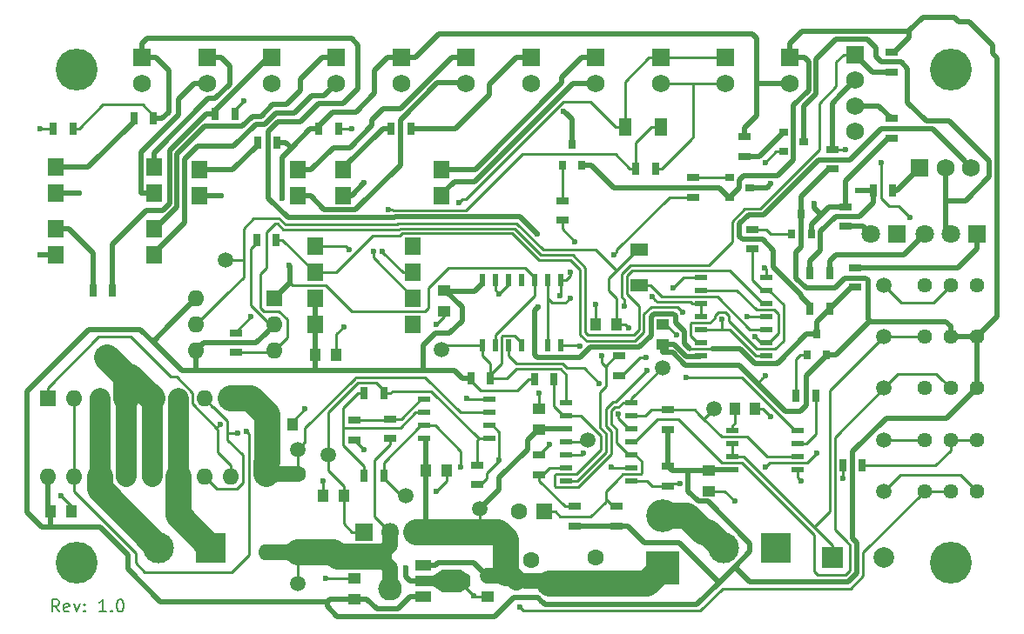
<source format=gtl>
G04 #@! TF.FileFunction,Copper,L1,Top,Signal*
%FSLAX46Y46*%
G04 Gerber Fmt 4.6, Leading zero omitted, Abs format (unit mm)*
G04 Created by KiCad (PCBNEW 4.0.7) date 01/01/18 15:21:48*
%MOMM*%
%LPD*%
G01*
G04 APERTURE LIST*
%ADD10C,0.100000*%
%ADD11C,0.200000*%
%ADD12C,4.064000*%
%ADD13R,1.143000X0.508000*%
%ADD14O,2.300000X2.300000*%
%ADD15C,1.500000*%
%ADD16R,1.000000X1.250000*%
%ADD17R,1.600000X1.600000*%
%ADD18C,1.600000*%
%ADD19R,1.250000X1.000000*%
%ADD20R,2.000000X2.000000*%
%ADD21C,2.000000*%
%ADD22R,1.700000X1.300000*%
%ADD23R,1.300000X1.700000*%
%ADD24R,3.200000X3.200000*%
%ADD25O,3.200000X3.200000*%
%ADD26R,1.800000X1.800000*%
%ADD27C,1.800000*%
%ADD28O,1.600000X1.600000*%
%ADD29R,3.000000X3.000000*%
%ADD30C,3.000000*%
%ADD31R,1.750000X1.750000*%
%ADD32C,1.750000*%
%ADD33R,0.800000X0.900000*%
%ADD34R,0.900000X0.800000*%
%ADD35R,0.700000X1.300000*%
%ADD36R,1.300000X0.700000*%
%ADD37C,1.440000*%
%ADD38O,1.800000X1.800000*%
%ADD39R,0.508000X1.143000*%
%ADD40R,1.500000X1.780000*%
%ADD41R,1.500000X1.000000*%
%ADD42R,1.800000X1.000000*%
%ADD43R,1.840000X2.200000*%
%ADD44C,0.600000*%
%ADD45C,0.500000*%
%ADD46C,0.250000*%
%ADD47C,2.000000*%
%ADD48C,2.500000*%
%ADD49C,1.500000*%
%ADD50C,2.540000*%
%ADD51C,0.254000*%
G04 APERTURE END LIST*
D10*
D11*
X104328572Y-138742857D02*
X103928572Y-138171429D01*
X103642857Y-138742857D02*
X103642857Y-137542857D01*
X104100000Y-137542857D01*
X104214286Y-137600000D01*
X104271429Y-137657143D01*
X104328572Y-137771429D01*
X104328572Y-137942857D01*
X104271429Y-138057143D01*
X104214286Y-138114286D01*
X104100000Y-138171429D01*
X103642857Y-138171429D01*
X105300000Y-138685714D02*
X105185714Y-138742857D01*
X104957143Y-138742857D01*
X104842857Y-138685714D01*
X104785714Y-138571429D01*
X104785714Y-138114286D01*
X104842857Y-138000000D01*
X104957143Y-137942857D01*
X105185714Y-137942857D01*
X105300000Y-138000000D01*
X105357143Y-138114286D01*
X105357143Y-138228571D01*
X104785714Y-138342857D01*
X105757143Y-137942857D02*
X106042857Y-138742857D01*
X106328571Y-137942857D01*
X106785714Y-138628571D02*
X106842857Y-138685714D01*
X106785714Y-138742857D01*
X106728571Y-138685714D01*
X106785714Y-138628571D01*
X106785714Y-138742857D01*
X106785714Y-138000000D02*
X106842857Y-138057143D01*
X106785714Y-138114286D01*
X106728571Y-138057143D01*
X106785714Y-138000000D01*
X106785714Y-138114286D01*
X108900001Y-138742857D02*
X108214286Y-138742857D01*
X108557144Y-138742857D02*
X108557144Y-137542857D01*
X108442858Y-137714286D01*
X108328572Y-137828571D01*
X108214286Y-137885714D01*
X109414286Y-138628571D02*
X109471429Y-138685714D01*
X109414286Y-138742857D01*
X109357143Y-138685714D01*
X109414286Y-138628571D01*
X109414286Y-138742857D01*
X110214287Y-137542857D02*
X110328572Y-137542857D01*
X110442858Y-137600000D01*
X110500001Y-137657143D01*
X110557144Y-137771429D01*
X110614287Y-138000000D01*
X110614287Y-138285714D01*
X110557144Y-138514286D01*
X110500001Y-138628571D01*
X110442858Y-138685714D01*
X110328572Y-138742857D01*
X110214287Y-138742857D01*
X110100001Y-138685714D01*
X110042858Y-138628571D01*
X109985715Y-138514286D01*
X109928572Y-138285714D01*
X109928572Y-138000000D01*
X109985715Y-137771429D01*
X110042858Y-137657143D01*
X110100001Y-137600000D01*
X110214287Y-137542857D01*
D12*
X106000000Y-86000000D03*
X191000000Y-86000000D03*
D13*
X173052000Y-113810000D03*
X173052000Y-112540000D03*
X173052000Y-111270000D03*
X173052000Y-110000000D03*
X173052000Y-108730000D03*
X173052000Y-107460000D03*
X173052000Y-106190000D03*
X166702000Y-106190000D03*
X166702000Y-107460000D03*
X166702000Y-110000000D03*
X166702000Y-111270000D03*
X166702000Y-112540000D03*
X166702000Y-113810000D03*
X166702000Y-108730000D03*
D14*
X109000000Y-114000000D03*
D12*
X191000000Y-134000000D03*
D15*
X127500000Y-136000000D03*
D16*
X129250000Y-113750000D03*
X131250000Y-113750000D03*
X158500000Y-110750000D03*
X156500000Y-110750000D03*
D17*
X150250000Y-135750000D03*
D18*
X150250000Y-133750000D03*
D19*
X146000000Y-135250000D03*
X146000000Y-137250000D03*
X133000000Y-137500000D03*
X133000000Y-135500000D03*
D16*
X103500000Y-129000000D03*
X105500000Y-129000000D03*
X125000000Y-120500000D03*
X127000000Y-120500000D03*
D19*
X151000000Y-121000000D03*
X151000000Y-119000000D03*
D17*
X151500000Y-129000000D03*
D18*
X149000000Y-129000000D03*
D16*
X140000000Y-125000000D03*
X142000000Y-125000000D03*
X170000000Y-119000000D03*
X172000000Y-119000000D03*
D19*
X167500000Y-125000000D03*
X167500000Y-127000000D03*
D20*
X179500000Y-133500000D03*
D21*
X184500000Y-133500000D03*
D16*
X132000000Y-127500000D03*
X130000000Y-127500000D03*
D19*
X141750000Y-107500000D03*
X141750000Y-109500000D03*
D22*
X160750000Y-103500000D03*
X160750000Y-107000000D03*
D23*
X162850000Y-91550000D03*
X159350000Y-91550000D03*
D24*
X163000000Y-134500000D03*
D25*
X163000000Y-129420000D03*
D26*
X193540000Y-102000000D03*
D27*
X191000000Y-102000000D03*
X188460000Y-102000000D03*
D26*
X185790000Y-102000000D03*
D27*
X183250000Y-102000000D03*
D17*
X103220000Y-118000000D03*
D28*
X121000000Y-125620000D03*
X105760000Y-118000000D03*
X118460000Y-125620000D03*
X108300000Y-118000000D03*
X115920000Y-125620000D03*
X110840000Y-118000000D03*
X113380000Y-125620000D03*
X113380000Y-118000000D03*
X110840000Y-125620000D03*
X115920000Y-118000000D03*
X108300000Y-125620000D03*
X118460000Y-118000000D03*
X105760000Y-125620000D03*
X121000000Y-118000000D03*
X103220000Y-125620000D03*
D29*
X119080000Y-132500000D03*
D30*
X114000000Y-132500000D03*
D29*
X174000000Y-132500000D03*
D30*
X168920000Y-132500000D03*
D31*
X188000000Y-95500000D03*
D32*
X190500000Y-95500000D03*
X193000000Y-95500000D03*
D31*
X181750000Y-84500000D03*
D32*
X181750000Y-87000000D03*
X181750000Y-89500000D03*
X181750000Y-92000000D03*
D31*
X162800000Y-84800000D03*
D32*
X162800000Y-87300000D03*
D31*
X169100000Y-84800000D03*
D32*
X169100000Y-87300000D03*
D31*
X112400000Y-84800000D03*
D32*
X112400000Y-87300000D03*
D31*
X118700000Y-84800000D03*
D32*
X118700000Y-87300000D03*
D31*
X175400000Y-84800000D03*
D32*
X175400000Y-87300000D03*
D31*
X137600000Y-84800000D03*
D32*
X137600000Y-87300000D03*
D31*
X143900000Y-84800000D03*
D32*
X143900000Y-87300000D03*
D31*
X131300000Y-84800000D03*
D32*
X131300000Y-87300000D03*
D31*
X125000000Y-84800000D03*
D32*
X125000000Y-87300000D03*
D31*
X150200000Y-84800000D03*
D32*
X150200000Y-87300000D03*
D31*
X156500000Y-84800000D03*
D32*
X156500000Y-87300000D03*
D33*
X177050000Y-113750000D03*
X178950000Y-113750000D03*
X178000000Y-111750000D03*
D34*
X169500000Y-96500000D03*
X169500000Y-98400000D03*
X171500000Y-97450000D03*
D33*
X153250000Y-95250000D03*
X155150000Y-95250000D03*
X154200000Y-93250000D03*
D34*
X174750000Y-92050000D03*
X174750000Y-93950000D03*
X176750000Y-93000000D03*
D33*
X175550000Y-102000000D03*
X177450000Y-102000000D03*
X176500000Y-100000000D03*
D35*
X160400000Y-95600000D03*
X162300000Y-95600000D03*
X123550000Y-102550000D03*
X125450000Y-102550000D03*
D36*
X158750000Y-113850000D03*
X158750000Y-115750000D03*
X154500000Y-130400000D03*
X154500000Y-128500000D03*
X151000000Y-125400000D03*
X151000000Y-123500000D03*
D35*
X144350000Y-116000000D03*
X146250000Y-116000000D03*
D36*
X163500000Y-126500000D03*
X163500000Y-124600000D03*
D35*
X180500000Y-124500000D03*
X182400000Y-124500000D03*
X134000000Y-125500000D03*
X135900000Y-125500000D03*
X135900000Y-117500000D03*
X134000000Y-117500000D03*
D36*
X136500000Y-121900000D03*
X136500000Y-120000000D03*
X133000000Y-122000000D03*
X133000000Y-120100000D03*
X145000000Y-126400000D03*
X145000000Y-124500000D03*
X158500000Y-130400000D03*
X158500000Y-128500000D03*
X163500000Y-119100000D03*
X163500000Y-121000000D03*
D35*
X176000000Y-117750000D03*
X177900000Y-117750000D03*
X111600000Y-90750000D03*
X113500000Y-90750000D03*
X105650000Y-91750000D03*
X103750000Y-91750000D03*
D36*
X166000000Y-96500000D03*
X166000000Y-98400000D03*
D35*
X179250000Y-105750000D03*
X177350000Y-105750000D03*
D36*
X181750000Y-105250000D03*
X181750000Y-107150000D03*
D35*
X185400000Y-97750000D03*
X183500000Y-97750000D03*
X177350000Y-109250000D03*
X179250000Y-109250000D03*
X123600000Y-93050000D03*
X125500000Y-93050000D03*
X131500000Y-91750000D03*
X129600000Y-91750000D03*
D36*
X153250000Y-98750000D03*
X153250000Y-100650000D03*
D35*
X121400000Y-90250000D03*
X119500000Y-90250000D03*
X109500000Y-107500000D03*
X107600000Y-107500000D03*
D36*
X171000000Y-94400000D03*
X171000000Y-92500000D03*
X185250000Y-86200000D03*
X185250000Y-84300000D03*
X179500000Y-93750000D03*
X179500000Y-95650000D03*
D35*
X150550000Y-116150000D03*
X152450000Y-116150000D03*
D36*
X121500000Y-113500000D03*
X121500000Y-111600000D03*
X185250000Y-92650000D03*
X185250000Y-90750000D03*
X171750000Y-101550000D03*
X171750000Y-103450000D03*
D35*
X138500000Y-91750000D03*
X136600000Y-91750000D03*
D36*
X180750000Y-101250000D03*
X180750000Y-99350000D03*
D37*
X193540000Y-122000000D03*
X191000000Y-122000000D03*
X188460000Y-122000000D03*
X193540000Y-127000000D03*
X191000000Y-127000000D03*
X188460000Y-127000000D03*
X193540000Y-117000000D03*
X191000000Y-117000000D03*
X188460000Y-117000000D03*
X193540000Y-112000000D03*
X191000000Y-112000000D03*
X188460000Y-112000000D03*
X193540000Y-107000000D03*
X191000000Y-107000000D03*
X188460000Y-107000000D03*
D17*
X125250000Y-108250000D03*
D28*
X117630000Y-113330000D03*
X125250000Y-110790000D03*
X117630000Y-110790000D03*
X125250000Y-113330000D03*
X117630000Y-108250000D03*
D15*
X120500000Y-104500000D03*
X141500000Y-113250000D03*
X145250000Y-128750000D03*
X138000000Y-127500000D03*
X184500000Y-122000000D03*
X130500000Y-123500000D03*
X127500000Y-123000000D03*
X184500000Y-117000000D03*
X163000000Y-115000000D03*
X168000000Y-119000000D03*
X184500000Y-112000000D03*
X184500000Y-107000000D03*
X155750000Y-122000000D03*
D13*
X153650000Y-118380000D03*
X153650000Y-119650000D03*
X153650000Y-120920000D03*
X153650000Y-122190000D03*
X153650000Y-123460000D03*
X153650000Y-124730000D03*
X153650000Y-126000000D03*
X160000000Y-126000000D03*
X160000000Y-124730000D03*
X160000000Y-122190000D03*
X160000000Y-120920000D03*
X160000000Y-119650000D03*
X160000000Y-118380000D03*
X160000000Y-123460000D03*
D26*
X133960000Y-131000000D03*
D38*
X136500000Y-131000000D03*
X139040000Y-131000000D03*
D14*
X136500000Y-136500000D03*
D13*
X139825000Y-121905000D03*
X139825000Y-120635000D03*
X139825000Y-119365000D03*
X139825000Y-118095000D03*
X146175000Y-118095000D03*
X146175000Y-119365000D03*
X146175000Y-120635000D03*
X146175000Y-121905000D03*
X169825000Y-124905000D03*
X169825000Y-123635000D03*
X169825000Y-122365000D03*
X169825000Y-121095000D03*
X176175000Y-121095000D03*
X176175000Y-122365000D03*
X176175000Y-123635000D03*
X176175000Y-124905000D03*
D39*
X145460000Y-112850000D03*
X146730000Y-112850000D03*
X148000000Y-112850000D03*
X149270000Y-112850000D03*
X150540000Y-112850000D03*
X151810000Y-112850000D03*
X153080000Y-112850000D03*
X153080000Y-106500000D03*
X151810000Y-106500000D03*
X149270000Y-106500000D03*
X148000000Y-106500000D03*
X146730000Y-106500000D03*
X145460000Y-106500000D03*
X150540000Y-106500000D03*
D17*
X156500000Y-136000000D03*
D18*
X156500000Y-133500000D03*
D12*
X106000000Y-134000000D03*
D40*
X138750000Y-110810000D03*
X129220000Y-103190000D03*
X138750000Y-108270000D03*
X129220000Y-105730000D03*
X138750000Y-105730000D03*
X129220000Y-108270000D03*
X138750000Y-103190000D03*
X129220000Y-110810000D03*
D10*
G36*
X143408500Y-134650000D02*
X144258500Y-135250000D01*
X144258500Y-136250000D01*
X143408500Y-136850000D01*
X143408500Y-134650000D01*
X143408500Y-134650000D01*
G37*
D41*
X139686500Y-134250000D03*
D42*
X139833000Y-135750000D03*
D41*
X139686500Y-137250000D03*
D43*
X142500000Y-135750000D03*
D10*
G36*
X141590300Y-136850000D02*
X140590300Y-136150000D01*
X140590300Y-135350000D01*
X141590300Y-134650000D01*
X141590300Y-136850000D01*
X141590300Y-136850000D01*
G37*
D40*
X104000000Y-95480000D03*
X113530000Y-98020000D03*
X104000000Y-98020000D03*
X113530000Y-95480000D03*
X118000000Y-95750000D03*
X127530000Y-98290000D03*
X118000000Y-98290000D03*
X127530000Y-95750000D03*
X104000000Y-101460000D03*
X113530000Y-104000000D03*
X104000000Y-104000000D03*
X113530000Y-101460000D03*
X131970000Y-95710000D03*
X141500000Y-98250000D03*
X131970000Y-98250000D03*
X141500000Y-95710000D03*
D18*
X127500000Y-125380000D03*
D28*
X127500000Y-133000000D03*
D18*
X124500000Y-125380000D03*
D28*
X124500000Y-133000000D03*
D15*
X184500000Y-127000000D03*
D19*
X163000000Y-112750000D03*
X163000000Y-110750000D03*
D44*
X173000000Y-115750000D03*
X172000000Y-112000000D03*
X144600000Y-137200000D03*
X141000000Y-110800000D03*
X156500000Y-108800000D03*
X147100000Y-107800000D03*
X173500000Y-119750000D03*
X161400000Y-114000000D03*
X106300000Y-98000000D03*
X134000000Y-97000000D03*
X170000000Y-128000000D03*
X132500000Y-103500000D03*
X104500000Y-127500000D03*
X158714805Y-119532518D03*
X164330478Y-111822142D03*
X154953575Y-112915039D03*
X120050000Y-98250000D03*
X180500000Y-125750000D03*
X138000000Y-134500000D03*
X122250000Y-89000000D03*
X172952333Y-105256018D03*
X176500000Y-126000000D03*
X144000000Y-118000000D03*
X151000000Y-117500000D03*
X152000000Y-122500000D03*
X141000000Y-127000000D03*
X132000000Y-111000000D03*
X123000000Y-110000000D03*
X173000000Y-95000000D03*
X128250000Y-119000000D03*
X134000000Y-123000000D03*
X130000000Y-126000000D03*
X130250000Y-135500000D03*
X132750000Y-91750000D03*
X102500000Y-104000000D03*
X102500000Y-91750000D03*
X157100000Y-113800000D03*
X159700000Y-111100000D03*
X136304444Y-99599990D03*
X134921476Y-103700050D03*
X143200000Y-98900000D03*
X135771489Y-103700050D03*
X120000000Y-120500000D03*
X153000000Y-108000000D03*
X154070990Y-105714401D03*
X154500000Y-102750000D03*
X122500000Y-121181010D03*
X164000000Y-107250000D03*
X161960745Y-108070997D03*
X121659204Y-121330671D03*
X159300000Y-109000000D03*
X187069001Y-100355263D03*
X184250000Y-95000000D03*
X180750000Y-93750000D03*
X150900000Y-109050000D03*
X150850000Y-102000000D03*
X126650000Y-105000000D03*
X126000000Y-98500000D03*
X153399591Y-89999591D03*
X177750000Y-99000000D03*
X173528543Y-97100010D03*
X182000000Y-97750000D03*
X164967038Y-109589336D03*
X168750000Y-110250000D03*
X164696000Y-126250000D03*
X173000000Y-124681000D03*
X178000000Y-123319000D03*
X143400000Y-124700000D03*
X158000000Y-124681000D03*
X149100000Y-138300000D03*
X147127501Y-124000000D03*
X154000000Y-108200000D03*
X158250000Y-104000000D03*
X171250000Y-110000000D03*
X161500000Y-115250000D03*
X155304557Y-123318990D03*
X156800000Y-116500000D03*
X165262800Y-115941810D03*
D45*
X184045990Y-82245990D02*
X186954010Y-82245990D01*
X186954010Y-82245990D02*
X187000000Y-82200000D01*
X193540000Y-112000000D02*
X195550011Y-109989989D01*
X191400000Y-80900000D02*
X188300000Y-80900000D01*
X195550011Y-109989989D02*
X195550011Y-84849989D01*
X187000000Y-82850000D02*
X185550000Y-84300000D01*
X195550011Y-84849989D02*
X195100000Y-84399978D01*
X195100000Y-84399978D02*
X195100000Y-83600000D01*
X195100000Y-83600000D02*
X192800000Y-81300000D01*
X191800000Y-81300000D02*
X191400000Y-80900000D01*
X192800000Y-81300000D02*
X191800000Y-81300000D01*
X187000000Y-82200000D02*
X187000000Y-82850000D01*
X188300000Y-80900000D02*
X187000000Y-82200000D01*
X185550000Y-84300000D02*
X185250000Y-84300000D01*
X176579010Y-82245990D02*
X176200000Y-82625000D01*
X176200000Y-82625000D02*
X175400000Y-83425000D01*
X103500000Y-130500000D02*
X102600000Y-130500000D01*
X102600000Y-130500000D02*
X101200000Y-129100000D01*
X101200000Y-129100000D02*
X101200000Y-117300000D01*
X101200000Y-117300000D02*
X107250000Y-111250000D01*
X107250000Y-111250000D02*
X112250000Y-111250000D01*
X112250000Y-111250000D02*
X113450000Y-112450000D01*
X138000000Y-115250000D02*
X139700000Y-115250000D01*
X143500000Y-110400000D02*
X142299998Y-111600002D01*
X139700000Y-115250000D02*
X141750000Y-115250000D01*
X141875000Y-107500000D02*
X143500000Y-109125000D01*
X143500000Y-109125000D02*
X143500000Y-110400000D01*
X142299998Y-111600002D02*
X140899998Y-111600002D01*
X140899998Y-111600002D02*
X139700000Y-112800000D01*
X139700000Y-112800000D02*
X139700000Y-115250000D01*
X169500000Y-98400000D02*
X169550000Y-98400000D01*
X169550000Y-98400000D02*
X170500000Y-97450000D01*
X170500000Y-97450000D02*
X170500000Y-96699998D01*
X170500000Y-96699998D02*
X170899998Y-96300000D01*
X170899998Y-96300000D02*
X174200000Y-96300000D01*
X177200000Y-85225000D02*
X176775000Y-84800000D01*
X174200000Y-96300000D02*
X175750000Y-94750000D01*
X175750000Y-94750000D02*
X175750000Y-89450000D01*
X177200000Y-88000000D02*
X177200000Y-85225000D01*
X175750000Y-89450000D02*
X177200000Y-88000000D01*
X176775000Y-84800000D02*
X175400000Y-84800000D01*
X175400000Y-83425000D02*
X175400000Y-84800000D01*
X184045990Y-82245990D02*
X176579010Y-82245990D01*
D46*
X124807876Y-110790000D02*
X125250000Y-110790000D01*
X122950000Y-108932124D02*
X124807876Y-110790000D01*
X122950000Y-103450000D02*
X122950000Y-108932124D01*
X123550000Y-102850000D02*
X122950000Y-103450000D01*
X123550000Y-102550000D02*
X123550000Y-102850000D01*
D45*
X158300000Y-97500000D02*
X168550000Y-97500000D01*
X168550000Y-97500000D02*
X169450000Y-98400000D01*
X169450000Y-98400000D02*
X169500000Y-98400000D01*
X130370999Y-137754001D02*
X114195999Y-137754001D01*
X114195999Y-137754001D02*
X111029524Y-134587526D01*
X111029524Y-134587526D02*
X111029524Y-133200000D01*
X111029524Y-133200000D02*
X108329524Y-130500000D01*
X108329524Y-130500000D02*
X104875000Y-130500000D01*
X104875000Y-130500000D02*
X103900000Y-130500000D01*
X168500000Y-135885922D02*
X166339934Y-138045988D01*
X166339934Y-138045988D02*
X151600000Y-138045988D01*
X151304022Y-137750010D02*
X151275123Y-137750010D01*
X151275123Y-137750010D02*
X150925113Y-137400000D01*
X131350000Y-139200000D02*
X130370999Y-138220999D01*
X151600000Y-138045988D02*
X151304022Y-137750010D01*
X150925113Y-137400000D02*
X148500000Y-137400000D01*
X148500000Y-137400000D02*
X146700000Y-139200000D01*
X146700000Y-139200000D02*
X131350000Y-139200000D01*
X130370999Y-138220999D02*
X130370999Y-137754001D01*
X164000000Y-113500000D02*
X165250000Y-114750000D01*
X165250000Y-114750000D02*
X165500000Y-114750000D01*
X163000000Y-112750000D02*
X163000000Y-113500000D01*
X163000000Y-113500000D02*
X164000000Y-113500000D01*
X133000000Y-137500000D02*
X134250000Y-137500000D01*
X134250000Y-137500000D02*
X135200000Y-138450000D01*
X135200000Y-138450000D02*
X137236500Y-138450000D01*
X137236500Y-138450000D02*
X138436500Y-137250000D01*
X138436500Y-137250000D02*
X139686500Y-137250000D01*
X171439089Y-135825011D02*
X170000000Y-134385922D01*
X181008888Y-135825011D02*
X171439089Y-135825011D01*
X181875011Y-134958888D02*
X181008888Y-135825011D01*
X181875011Y-131991112D02*
X181875011Y-134958888D01*
X181504012Y-123145986D02*
X181504012Y-131620114D01*
X184749998Y-119900000D02*
X181504012Y-123145986D01*
X190640000Y-119900000D02*
X184749998Y-119900000D01*
X193540000Y-117000000D02*
X190640000Y-119900000D01*
X181504012Y-131620114D02*
X181875011Y-131991112D01*
X103900000Y-130500000D02*
X103500000Y-130500000D01*
X103500000Y-130125000D02*
X103500000Y-130500000D01*
X103500000Y-129000000D02*
X103500000Y-130125000D01*
X166586991Y-113925009D02*
X166702000Y-113810000D01*
X165300009Y-113925009D02*
X166586991Y-113925009D01*
X164125000Y-112750000D02*
X165300009Y-113925009D01*
X163000000Y-112750000D02*
X164125000Y-112750000D01*
D46*
X150550000Y-116150000D02*
X149950000Y-116150000D01*
X149950000Y-116150000D02*
X148850000Y-117250000D01*
X148850000Y-117250000D02*
X145300000Y-117250000D01*
X145300000Y-117250000D02*
X144350000Y-116300000D01*
X144350000Y-116300000D02*
X144350000Y-116000000D01*
D45*
X117630000Y-113330000D02*
X118429999Y-112530001D01*
X118429999Y-112530001D02*
X123509999Y-112530001D01*
X123509999Y-112530001D02*
X124450001Y-111589999D01*
X124450001Y-111589999D02*
X125250000Y-110790000D01*
X117600000Y-115250000D02*
X126750000Y-115250000D01*
X116250000Y-115250000D02*
X117600000Y-115250000D01*
X117600000Y-115250000D02*
X117630000Y-115220000D01*
X117630000Y-115220000D02*
X117630000Y-113330000D01*
X113450000Y-112450000D02*
X114750000Y-113750000D01*
X115170000Y-110710000D02*
X115170000Y-110730000D01*
X115170000Y-110730000D02*
X113450000Y-112450000D01*
X117630000Y-108250000D02*
X115170000Y-110710000D01*
X170446757Y-114750000D02*
X172196757Y-116500000D01*
X172196757Y-116500000D02*
X174946757Y-119250000D01*
D46*
X173000000Y-115750000D02*
X172700001Y-116049999D01*
X172700001Y-116049999D02*
X172646758Y-116049999D01*
X172646758Y-116049999D02*
X172196757Y-116500000D01*
X173052000Y-112540000D02*
X172540000Y-112540000D01*
X172540000Y-112540000D02*
X172000000Y-112000000D01*
D45*
X133000000Y-137500000D02*
X130625000Y-137500000D01*
X130625000Y-137500000D02*
X130370999Y-137754001D01*
X158300000Y-97500000D02*
X156050000Y-95250000D01*
X156050000Y-95250000D02*
X155150000Y-95250000D01*
X141946500Y-107571500D02*
X144706000Y-107571500D01*
X145460000Y-106817500D02*
X145460000Y-106500000D01*
X141875000Y-107500000D02*
X141946500Y-107571500D01*
X144706000Y-107571500D02*
X145460000Y-106817500D01*
X136500000Y-115250000D02*
X138000000Y-115250000D01*
X129250000Y-115250000D02*
X136500000Y-115250000D01*
X136500000Y-115250000D02*
X137000000Y-115250000D01*
D46*
X167523500Y-107460000D02*
X166702000Y-107460000D01*
X170214922Y-107460000D02*
X167523500Y-107460000D01*
X172121921Y-109366999D02*
X170214922Y-107460000D01*
X173052000Y-112540000D02*
X173369500Y-112540000D01*
X174250000Y-109750000D02*
X173866999Y-109366999D01*
X174250000Y-111659500D02*
X174250000Y-109750000D01*
X173369500Y-112540000D02*
X174250000Y-111659500D01*
X173866999Y-109366999D02*
X172121921Y-109366999D01*
X128970000Y-108270000D02*
X129220000Y-108270000D01*
D45*
X114750000Y-113750000D02*
X116250000Y-115250000D01*
X126750000Y-115250000D02*
X129250000Y-115250000D01*
X176500000Y-100000000D02*
X176500000Y-98350000D01*
X176500000Y-98350000D02*
X179200000Y-95650000D01*
X179200000Y-95650000D02*
X179500000Y-95650000D01*
X129220000Y-110810000D02*
X129220000Y-108270000D01*
X129220000Y-110810000D02*
X129220000Y-113720000D01*
X129220000Y-113720000D02*
X129250000Y-113750000D01*
X129250000Y-115250000D02*
X129250000Y-113750000D01*
X183250000Y-110500000D02*
X183000000Y-110250000D01*
X183000000Y-110250000D02*
X183000000Y-106492798D01*
X183000000Y-106492798D02*
X182757202Y-106250000D01*
X176500000Y-103250000D02*
X176500000Y-100000000D01*
X182757202Y-106250000D02*
X180742798Y-106250000D01*
X180742798Y-106250000D02*
X179742798Y-107250000D01*
X179742798Y-107250000D02*
X176942798Y-107250000D01*
X176000000Y-103750000D02*
X176500000Y-103250000D01*
X176942798Y-107250000D02*
X176000000Y-106307202D01*
X176000000Y-106307202D02*
X176000000Y-103750000D01*
X190518233Y-110500000D02*
X183250000Y-110500000D01*
X178950000Y-113750000D02*
X179850000Y-113750000D01*
X179850000Y-113750000D02*
X183100000Y-110500000D01*
X183100000Y-110500000D02*
X183250000Y-110500000D01*
X165500000Y-114750000D02*
X170446757Y-114750000D01*
X177000000Y-115750000D02*
X178950000Y-113800000D01*
X177000000Y-118657202D02*
X177000000Y-115750000D01*
X174946757Y-119250000D02*
X176407202Y-119250000D01*
X176407202Y-119250000D02*
X177000000Y-118657202D01*
X178950000Y-113800000D02*
X178950000Y-113750000D01*
X163125000Y-112750000D02*
X163000000Y-112750000D01*
X141750000Y-107500000D02*
X141875000Y-107500000D01*
X141750000Y-115250000D02*
X142750000Y-115250000D01*
X142750000Y-115250000D02*
X143500000Y-116000000D01*
X143500000Y-116000000D02*
X144350000Y-116000000D01*
X191000000Y-112000000D02*
X191000000Y-110981767D01*
X191000000Y-110981767D02*
X190518233Y-110500000D01*
X191000000Y-112000000D02*
X193540000Y-112000000D01*
X193540000Y-117000000D02*
X193540000Y-112000000D01*
X170000000Y-134385922D02*
X171500000Y-132885922D01*
X168500000Y-135885922D02*
X170000000Y-134385922D01*
D46*
X162875000Y-112750000D02*
X163000000Y-112750000D01*
D45*
X103500000Y-129000000D02*
X103500000Y-129125000D01*
X171500000Y-132885922D02*
X171500000Y-132114078D01*
X167389923Y-128004001D02*
X166471799Y-128004001D01*
X171500000Y-132114078D02*
X167389923Y-128004001D01*
X166471799Y-128004001D02*
X165500000Y-127032202D01*
X165500000Y-127032202D02*
X165500000Y-125000000D01*
X165500000Y-125000000D02*
X163900000Y-125000000D01*
X167500000Y-125000000D02*
X165500000Y-125000000D01*
X163500000Y-124600000D02*
X163500000Y-121000000D01*
X163900000Y-125000000D02*
X163500000Y-124600000D01*
X169825000Y-124905000D02*
X167595000Y-124905000D01*
X167595000Y-124905000D02*
X167500000Y-125000000D01*
X164607202Y-132000000D02*
X168493124Y-135885922D01*
X161250000Y-132000000D02*
X164607202Y-132000000D01*
X168493124Y-135885922D02*
X168500000Y-135885922D01*
X158500000Y-130400000D02*
X159650000Y-130400000D01*
X159650000Y-130400000D02*
X161250000Y-132000000D01*
X154500000Y-130400000D02*
X158500000Y-130400000D01*
X103220000Y-125620000D02*
X103220000Y-128720000D01*
X103220000Y-128720000D02*
X103500000Y-129000000D01*
D46*
X143833500Y-135750000D02*
X143833500Y-136433500D01*
X143833500Y-136433500D02*
X144600000Y-137200000D01*
X145350000Y-137250000D02*
X144650000Y-137250000D01*
X144650000Y-137250000D02*
X144600000Y-137200000D01*
X146000000Y-137250000D02*
X145350000Y-137250000D01*
X141750000Y-109500000D02*
X141750000Y-110050000D01*
X141750000Y-110050000D02*
X141000000Y-110800000D01*
X156500000Y-110750000D02*
X156500000Y-108800000D01*
X148000000Y-106500000D02*
X148000000Y-106900000D01*
X148000000Y-106900000D02*
X147100000Y-107800000D01*
X146730000Y-106500000D02*
X146730000Y-107430000D01*
X146730000Y-107430000D02*
X147100000Y-107800000D01*
X172000000Y-119000000D02*
X172000000Y-118875000D01*
X158750000Y-115750000D02*
X159050000Y-115750000D01*
X160800000Y-114000000D02*
X161400000Y-114000000D01*
X159050000Y-115750000D02*
X160800000Y-114000000D01*
D45*
X104000000Y-98020000D02*
X106280000Y-98020000D01*
X106280000Y-98020000D02*
X106300000Y-98000000D01*
X131970000Y-98250000D02*
X132750000Y-98250000D01*
X132750000Y-98250000D02*
X134000000Y-97000000D01*
D46*
X167500000Y-127000000D02*
X169000000Y-127000000D01*
X169000000Y-127000000D02*
X170000000Y-128000000D01*
X131440000Y-103190000D02*
X132190000Y-103190000D01*
X132190000Y-103190000D02*
X132500000Y-103500000D01*
X105500000Y-129000000D02*
X105500000Y-128500000D01*
X105500000Y-128500000D02*
X104500000Y-127500000D01*
X160000000Y-120920000D02*
X159682500Y-120920000D01*
X158714805Y-119952305D02*
X158714805Y-119532518D01*
X159682500Y-120920000D02*
X158714805Y-119952305D01*
X163258336Y-110750000D02*
X164330478Y-111822142D01*
X163000000Y-110750000D02*
X163258336Y-110750000D01*
X153080000Y-112850000D02*
X154888536Y-112850000D01*
X154888536Y-112850000D02*
X154953575Y-112915039D01*
D45*
X118000000Y-98290000D02*
X120010000Y-98290000D01*
X120010000Y-98290000D02*
X120050000Y-98250000D01*
D46*
X180500000Y-124500000D02*
X180500000Y-125750000D01*
D45*
X139833000Y-135750000D02*
X138433000Y-135750000D01*
X138433000Y-135750000D02*
X138000000Y-135317000D01*
X138000000Y-135317000D02*
X138000000Y-134500000D01*
D46*
X141090300Y-135750000D02*
X139833000Y-135750000D01*
X142500000Y-135750000D02*
X143833500Y-135750000D01*
X139833000Y-135750000D02*
X142500000Y-135750000D01*
D45*
X143000000Y-136250000D02*
X142500000Y-135750000D01*
D46*
X121400000Y-90250000D02*
X121400000Y-89850000D01*
X121400000Y-89850000D02*
X122250000Y-89000000D01*
X173052000Y-106190000D02*
X173052000Y-105355685D01*
X173052000Y-105355685D02*
X172952333Y-105256018D01*
X172000000Y-119000000D02*
X172750000Y-119000000D01*
X172750000Y-119000000D02*
X173500000Y-119750000D01*
X176175000Y-124905000D02*
X176175000Y-125675000D01*
X176175000Y-125675000D02*
X176500000Y-126000000D01*
X146175000Y-118095000D02*
X144095000Y-118095000D01*
X144095000Y-118095000D02*
X144000000Y-118000000D01*
X151000000Y-119000000D02*
X151000000Y-117500000D01*
X151000000Y-123500000D02*
X152000000Y-122500000D01*
X142000000Y-125000000D02*
X142000000Y-126000000D01*
X142000000Y-126000000D02*
X141000000Y-127000000D01*
X131250000Y-113750000D02*
X131250000Y-111750000D01*
X131250000Y-111750000D02*
X132000000Y-111000000D01*
X121500000Y-111600000D02*
X121500000Y-111500000D01*
X121500000Y-111500000D02*
X123000000Y-110000000D01*
X174750000Y-93950000D02*
X174050000Y-93950000D01*
X174050000Y-93950000D02*
X173000000Y-95000000D01*
X127000000Y-120500000D02*
X127000000Y-120250000D01*
X127000000Y-120250000D02*
X128250000Y-119000000D01*
X133000000Y-122000000D02*
X134000000Y-123000000D01*
X130000000Y-127500000D02*
X130000000Y-126000000D01*
X133000000Y-135500000D02*
X130250000Y-135500000D01*
X131500000Y-91750000D02*
X132750000Y-91750000D01*
X129220000Y-103190000D02*
X131440000Y-103190000D01*
X148000000Y-106500000D02*
X148000000Y-107000000D01*
X141750000Y-109500000D02*
X141750000Y-109750000D01*
D45*
X104000000Y-104000000D02*
X102500000Y-104000000D01*
D46*
X103750000Y-91750000D02*
X102500000Y-91750000D01*
D47*
X113380000Y-125620000D02*
X113380000Y-118000000D01*
X110840000Y-118000000D02*
X110840000Y-125620000D01*
D48*
X110840000Y-115840000D02*
X111220000Y-115840000D01*
X111220000Y-115840000D02*
X113380000Y-118000000D01*
X110840000Y-115840000D02*
X109000000Y-114000000D01*
X110840000Y-118000000D02*
X110840000Y-115840000D01*
D46*
X157100000Y-114500000D02*
X157100000Y-113800000D01*
X157424998Y-114824998D02*
X157100000Y-114500000D01*
X157475002Y-114824998D02*
X157424998Y-114824998D01*
X158700000Y-113800000D02*
X158750000Y-113850000D01*
X159350000Y-110750000D02*
X159700000Y-111100000D01*
X159250000Y-110750000D02*
X159350000Y-110750000D01*
X157475002Y-114824998D02*
X158450000Y-113850000D01*
X157475002Y-116824002D02*
X157475002Y-114824998D01*
X156949979Y-120814223D02*
X156949979Y-117349025D01*
X157504011Y-123208768D02*
X157504011Y-121368255D01*
X158450000Y-113850000D02*
X158750000Y-113850000D01*
X156949979Y-117349025D02*
X157475002Y-116824002D01*
X154712778Y-126000000D02*
X157504011Y-123208768D01*
X153650000Y-126000000D02*
X154712778Y-126000000D01*
X157504011Y-121368255D02*
X156949979Y-120814223D01*
X122250000Y-102500000D02*
X122250000Y-104500000D01*
X122250000Y-104500000D02*
X122250000Y-106170000D01*
X120500000Y-104500000D02*
X122250000Y-104500000D01*
X125778103Y-100495978D02*
X126307134Y-101025011D01*
X137285777Y-100924977D02*
X148791078Y-100924977D01*
X137185743Y-101025011D02*
X137285777Y-100924977D01*
X123258022Y-100491978D02*
X125774102Y-100491978D01*
X122250000Y-101500000D02*
X123258022Y-100491978D01*
X151391112Y-103525011D02*
X156475011Y-103525011D01*
X125774102Y-100491978D02*
X125778103Y-100495978D01*
X156475011Y-103525011D02*
X158500000Y-105550000D01*
X126307134Y-101025011D02*
X137185743Y-101025011D01*
X148791078Y-100924977D02*
X151391112Y-103525011D01*
X122250000Y-102500000D02*
X122250000Y-101500000D01*
X122250000Y-106170000D02*
X120620000Y-107800000D01*
X120620000Y-107800000D02*
X117630000Y-110790000D01*
X159250000Y-110750000D02*
X158500000Y-110750000D01*
X158500000Y-110750000D02*
X158500000Y-108250000D01*
X158500000Y-108250000D02*
X157750000Y-107500000D01*
X157750000Y-106300000D02*
X158500000Y-105550000D01*
X157750000Y-107500000D02*
X157750000Y-106300000D01*
X160750000Y-103500000D02*
X160550000Y-103500000D01*
X160550000Y-103500000D02*
X158500000Y-105550000D01*
X148100000Y-135000000D02*
X148850000Y-135750000D01*
X148850000Y-135750000D02*
X150250000Y-135750000D01*
D47*
X148100000Y-135000000D02*
X148800000Y-135700000D01*
X147750000Y-135000000D02*
X148100000Y-135000000D01*
D48*
X139040000Y-131000000D02*
X145000000Y-131000000D01*
X145000000Y-131000000D02*
X147000000Y-131000000D01*
D46*
X145250000Y-128750000D02*
X145250000Y-130750000D01*
X145250000Y-130750000D02*
X145000000Y-131000000D01*
D45*
X147131011Y-125665611D02*
X147131011Y-126868989D01*
X147131011Y-126868989D02*
X145250000Y-128750000D01*
D49*
X150250000Y-135750000D02*
X151750000Y-135750000D01*
X151750000Y-135750000D02*
X152000000Y-136000000D01*
D48*
X153200000Y-136000000D02*
X152000000Y-136000000D01*
D45*
X144625000Y-134000000D02*
X141186500Y-134000000D01*
X141186500Y-134000000D02*
X140936500Y-134250000D01*
X140936500Y-134250000D02*
X139686500Y-134250000D01*
X146000000Y-135250000D02*
X145875000Y-135250000D01*
X145875000Y-135250000D02*
X144625000Y-134000000D01*
D49*
X146000000Y-135250000D02*
X147500000Y-135250000D01*
X147500000Y-135250000D02*
X147750000Y-135000000D01*
D48*
X147750000Y-131750000D02*
X147750000Y-135000000D01*
X147000000Y-131000000D02*
X147750000Y-131750000D01*
X156500000Y-136000000D02*
X153200000Y-136000000D01*
X156500000Y-136000000D02*
X159800000Y-136000000D01*
X159800000Y-136000000D02*
X161500000Y-136000000D01*
D45*
X147131011Y-125665611D02*
X149845999Y-122950623D01*
X149845999Y-122950623D02*
X149845999Y-122029001D01*
X149845999Y-122029001D02*
X150875000Y-121000000D01*
X150875000Y-121000000D02*
X151000000Y-121000000D01*
X153650000Y-120920000D02*
X151080000Y-120920000D01*
X151080000Y-120920000D02*
X151000000Y-121000000D01*
X140000000Y-124500000D02*
X140000000Y-122080000D01*
X140000000Y-122080000D02*
X139825000Y-121905000D01*
X139040000Y-131000000D02*
X140000000Y-130040000D01*
X140000000Y-130040000D02*
X140000000Y-124500000D01*
D50*
X163000000Y-134500000D02*
X161500000Y-136000000D01*
D48*
X124560729Y-124187901D02*
X124560729Y-119560729D01*
X124560729Y-119560729D02*
X124500000Y-119500000D01*
X124500000Y-124248630D02*
X124560729Y-124187901D01*
X124500000Y-125380000D02*
X124500000Y-124248630D01*
D46*
X139922726Y-115962988D02*
X133132774Y-115962988D01*
X139959738Y-116000000D02*
X139922726Y-115962988D01*
X133132774Y-115962988D02*
X133095762Y-116000000D01*
D51*
X143324738Y-119365000D02*
X139959738Y-116000000D01*
X133095762Y-116000000D02*
X128249999Y-120845763D01*
X146175000Y-119365000D02*
X143324738Y-119365000D01*
X128249999Y-122250001D02*
X127500000Y-123000000D01*
X128249999Y-120845763D02*
X128249999Y-122250001D01*
X127500000Y-123000000D02*
X127500000Y-125380000D01*
X125000000Y-120500000D02*
X125000000Y-119621000D01*
X125000000Y-119621000D02*
X124879000Y-119500000D01*
X124879000Y-119500000D02*
X124500000Y-119500000D01*
D48*
X124500000Y-119500000D02*
X123000000Y-118000000D01*
X123000000Y-118000000D02*
X121000000Y-118000000D01*
D49*
X127500000Y-125380000D02*
X124500000Y-125380000D01*
D46*
X158550000Y-122327500D02*
X158550000Y-121000000D01*
X158000000Y-119200637D02*
X158350712Y-118849925D01*
X158708575Y-118849925D02*
X159178500Y-118380000D01*
X158350712Y-118849925D02*
X158708575Y-118849925D01*
X158550000Y-121000000D02*
X158000000Y-120450000D01*
X160000000Y-123460000D02*
X159682500Y-123460000D01*
X159178500Y-118380000D02*
X160000000Y-118380000D01*
X158000000Y-120450000D02*
X158000000Y-119200637D01*
X159682500Y-123460000D02*
X158550000Y-122327500D01*
X163000000Y-115000000D02*
X160000000Y-118000000D01*
X160000000Y-118000000D02*
X160000000Y-118380000D01*
X157485802Y-127014198D02*
X158500000Y-126000000D01*
X157485802Y-128014198D02*
X157485802Y-127014198D01*
X156000000Y-129500000D02*
X155185802Y-129500000D01*
X157485802Y-127785802D02*
X157485802Y-128014198D01*
X157485802Y-128014198D02*
X156000000Y-129500000D01*
X160000000Y-123460000D02*
X160317500Y-123460000D01*
X160317500Y-123460000D02*
X160950501Y-124093001D01*
X160950501Y-124093001D02*
X160950501Y-125287201D01*
X160950501Y-125287201D02*
X160874701Y-125363001D01*
X160874701Y-125363001D02*
X159136999Y-125363001D01*
X159136999Y-125363001D02*
X158500000Y-126000000D01*
D51*
X157485802Y-127785802D02*
X158200000Y-128500000D01*
X158200000Y-128500000D02*
X158500000Y-128500000D01*
X151500000Y-129000000D02*
X152554000Y-129000000D01*
X152554000Y-129000000D02*
X153054000Y-129500000D01*
X153054000Y-129500000D02*
X155185802Y-129500000D01*
X170000000Y-120412000D02*
X170000000Y-119000000D01*
X169825000Y-121095000D02*
X169825000Y-120587000D01*
X169825000Y-120587000D02*
X170000000Y-120412000D01*
D46*
X183750001Y-112749999D02*
X184500000Y-112000000D01*
X179245989Y-117254011D02*
X183750001Y-112749999D01*
X179245989Y-129008011D02*
X179245989Y-117254011D01*
X177754000Y-130500000D02*
X179245989Y-129008011D01*
X184500000Y-112000000D02*
X185560660Y-112000000D01*
X185560660Y-112000000D02*
X188460000Y-112000000D01*
D51*
X177754000Y-130500000D02*
X179500000Y-132246000D01*
X170889000Y-123635000D02*
X177754000Y-130500000D01*
D46*
X169825000Y-123635000D02*
X169825000Y-122365000D01*
D51*
X169825000Y-123635000D02*
X170889000Y-123635000D01*
X179500000Y-132246000D02*
X179500000Y-133500000D01*
D46*
X134654801Y-116468999D02*
X135168999Y-116468999D01*
X135168999Y-116468999D02*
X135296000Y-116596000D01*
D51*
X140500000Y-117258698D02*
X145146302Y-121905000D01*
D46*
X136504000Y-117500000D02*
X136745302Y-117258698D01*
X136745302Y-117258698D02*
X140500000Y-117258698D01*
D51*
X135900000Y-117200000D02*
X135900000Y-117500000D01*
X135296000Y-116596000D02*
X135900000Y-117200000D01*
X133345199Y-116468999D02*
X134654801Y-116468999D01*
X130500000Y-123500000D02*
X130500000Y-119314198D01*
X130500000Y-119314198D02*
X133345199Y-116468999D01*
X132000000Y-127500000D02*
X132000000Y-130194000D01*
X132000000Y-130194000D02*
X132806000Y-131000000D01*
X132806000Y-131000000D02*
X133960000Y-131000000D01*
X130500000Y-125000000D02*
X132000000Y-126500000D01*
X132000000Y-126500000D02*
X132000000Y-127500000D01*
X130500000Y-123500000D02*
X130500000Y-125000000D01*
X145000000Y-124500000D02*
X145000000Y-122051302D01*
X145000000Y-122051302D02*
X145146302Y-121905000D01*
X145146302Y-121905000D02*
X145349500Y-121905000D01*
X145349500Y-121905000D02*
X146175000Y-121905000D01*
X135900000Y-117500000D02*
X136504000Y-117500000D01*
X145857500Y-121905000D02*
X146175000Y-121905000D01*
D46*
X173052000Y-111270000D02*
X171515078Y-111270000D01*
X171515078Y-111270000D02*
X168342077Y-108096999D01*
X168342077Y-108096999D02*
X162946999Y-108096999D01*
X162946999Y-108096999D02*
X161850000Y-107000000D01*
X161850000Y-107000000D02*
X160750000Y-107000000D01*
X173369500Y-111270000D02*
X173052000Y-111270000D01*
X160400000Y-95600000D02*
X159800000Y-95600000D01*
X159800000Y-95600000D02*
X158400000Y-94200000D01*
X158400000Y-94200000D02*
X149391021Y-94200000D01*
X136803673Y-99674955D02*
X136728708Y-99599990D01*
X149391021Y-94200000D02*
X143916066Y-99674955D01*
X143916066Y-99674955D02*
X136803673Y-99674955D01*
X136728708Y-99599990D02*
X136304444Y-99599990D01*
X134921476Y-104124314D02*
X134921476Y-103700050D01*
X134921476Y-104301476D02*
X134921476Y-104124314D01*
X138750000Y-108270000D02*
X138750000Y-108130000D01*
X138750000Y-108130000D02*
X134921476Y-104301476D01*
X162850000Y-91550000D02*
X161950000Y-91550000D01*
X161950000Y-91550000D02*
X160400000Y-93100000D01*
X160400000Y-93100000D02*
X160400000Y-94700000D01*
X160400000Y-94700000D02*
X160400000Y-95600000D01*
X162800000Y-84800000D02*
X169100000Y-84800000D01*
X159350000Y-91550000D02*
X159350000Y-87125000D01*
X159350000Y-87125000D02*
X161675000Y-84800000D01*
X161675000Y-84800000D02*
X162800000Y-84800000D01*
X143200000Y-98900000D02*
X143499999Y-98600001D01*
X143844572Y-98600001D02*
X153375020Y-89069553D01*
X155969553Y-89069553D02*
X158450000Y-91550000D01*
X153375020Y-89069553D02*
X155969553Y-89069553D01*
X143499999Y-98600001D02*
X143844572Y-98600001D01*
X158450000Y-91550000D02*
X159350000Y-91550000D01*
X138750000Y-105730000D02*
X137750000Y-105730000D01*
X135771489Y-103751489D02*
X135771489Y-103700050D01*
X137750000Y-105730000D02*
X135771489Y-103751489D01*
D50*
X167420001Y-131000001D02*
X168920000Y-132500000D01*
X166958969Y-131000001D02*
X167420001Y-131000001D01*
X163000000Y-129420000D02*
X165378968Y-129420000D01*
X165378968Y-129420000D02*
X166958969Y-131000001D01*
D45*
X181750000Y-105250000D02*
X191690000Y-105250000D01*
X191690000Y-105250000D02*
X193540000Y-103400000D01*
X193540000Y-103400000D02*
X193540000Y-102000000D01*
X192450000Y-98750000D02*
X191400000Y-98750000D01*
X194800000Y-96400000D02*
X192450000Y-98750000D01*
X176750000Y-93000000D02*
X176750000Y-89510674D01*
X190899989Y-90999989D02*
X194800000Y-94900000D01*
X186800000Y-89160675D02*
X188639314Y-90999989D01*
X194800000Y-94900000D02*
X194800000Y-96400000D01*
X183750000Y-84707202D02*
X184292798Y-85250000D01*
X186800000Y-85866332D02*
X186800000Y-89160675D01*
X183750000Y-83842798D02*
X183750000Y-84707202D01*
X186183668Y-85250000D02*
X186800000Y-85866332D01*
X182907202Y-83000000D02*
X183750000Y-83842798D01*
X179900000Y-83000000D02*
X182907202Y-83000000D01*
X184292798Y-85250000D02*
X186183668Y-85250000D01*
X177950009Y-84949991D02*
X179900000Y-83000000D01*
X177950009Y-88310665D02*
X177950009Y-84949991D01*
X176750000Y-89510674D02*
X177950009Y-88310665D01*
X188639314Y-90999989D02*
X190899989Y-90999989D01*
X191750000Y-98750000D02*
X191400000Y-98750000D01*
X191400000Y-98750000D02*
X190500000Y-98750000D01*
X190500000Y-95500000D02*
X190500000Y-98750000D01*
X190500000Y-98750000D02*
X190500000Y-101500000D01*
X190500000Y-101500000D02*
X191000000Y-102000000D01*
X179850000Y-104000000D02*
X186460000Y-104000000D01*
X186460000Y-104000000D02*
X188460000Y-102000000D01*
X179250000Y-105750000D02*
X179250000Y-104600000D01*
X179250000Y-104600000D02*
X179850000Y-104000000D01*
X179250000Y-105750000D02*
X179250000Y-105450000D01*
X180750000Y-101250000D02*
X182500000Y-101250000D01*
X182500000Y-101250000D02*
X183250000Y-102000000D01*
D46*
X117278999Y-118000000D02*
X117276999Y-117998000D01*
X117276999Y-117998000D02*
X117276999Y-117428796D01*
X117276999Y-117428796D02*
X115727212Y-115879009D01*
X115727212Y-115879009D02*
X115141931Y-115879009D01*
X115141931Y-115879009D02*
X111262922Y-112000000D01*
X111262922Y-112000000D02*
X108170000Y-112000000D01*
X108170000Y-112000000D02*
X103220000Y-116950000D01*
X103220000Y-116950000D02*
X103220000Y-118000000D01*
X117278999Y-117430796D02*
X117278999Y-118521117D01*
D51*
X120000000Y-120500000D02*
X119700001Y-120799999D01*
X119700001Y-120799999D02*
X119700001Y-120942119D01*
X119700001Y-120942119D02*
X119757882Y-121000000D01*
X153080000Y-106500000D02*
X153080000Y-107920000D01*
X153080000Y-107920000D02*
X153000000Y-108000000D01*
X119757882Y-121000000D02*
X117278999Y-118521117D01*
D46*
X119757882Y-121000000D02*
X119757882Y-123246512D01*
X119757882Y-123246512D02*
X121000000Y-124488630D01*
D51*
X121000000Y-125620000D02*
X121000000Y-124488630D01*
X117278999Y-118521117D02*
X117278999Y-118000000D01*
D46*
X153584000Y-106500000D02*
X154070990Y-106013010D01*
X153080000Y-106500000D02*
X153584000Y-106500000D01*
X154070990Y-106013010D02*
X154070990Y-105714401D01*
X153250000Y-101500000D02*
X153250000Y-100650000D01*
X154500000Y-102750000D02*
X153250000Y-101500000D01*
D51*
X103220000Y-116946000D02*
X103220000Y-118000000D01*
D46*
X105760000Y-125620000D02*
X105760000Y-127040922D01*
X105760000Y-127040922D02*
X111769078Y-133050000D01*
X111769078Y-133050000D02*
X111769078Y-134019078D01*
X111769078Y-134019078D02*
X112650000Y-134900000D01*
X112650000Y-134900000D02*
X121100000Y-134900000D01*
X121100000Y-134900000D02*
X122799999Y-133200001D01*
X122799999Y-133200001D02*
X122799999Y-121481009D01*
X122799999Y-121481009D02*
X122500000Y-121181010D01*
X166702000Y-106190000D02*
X165060000Y-106190000D01*
X165060000Y-106190000D02*
X164000000Y-107250000D01*
D51*
X105760000Y-125620000D02*
X105760000Y-118000000D01*
D46*
X166702000Y-108730000D02*
X165880500Y-108730000D01*
X162486757Y-108597009D02*
X162260744Y-108370996D01*
X162260744Y-108370996D02*
X161960745Y-108070997D01*
X165747509Y-108597009D02*
X162486757Y-108597009D01*
X165880500Y-108730000D02*
X165747509Y-108597009D01*
D51*
X119259999Y-118799999D02*
X118460000Y-118000000D01*
X119307881Y-118799999D02*
X119259999Y-118799999D01*
X120710000Y-120202118D02*
X119307881Y-118799999D01*
X120710000Y-120250000D02*
X120710000Y-120202118D01*
D46*
X121234940Y-121330671D02*
X121659204Y-121330671D01*
X120790671Y-121330671D02*
X121234940Y-121330671D01*
X120710000Y-121250000D02*
X120790671Y-121330671D01*
X120710000Y-121250000D02*
X120710000Y-122028999D01*
X120710000Y-120250000D02*
X120710000Y-121250000D01*
D51*
X122181001Y-126186881D02*
X122181001Y-123500000D01*
D46*
X120710000Y-122028999D02*
X122181001Y-123500000D01*
X166702000Y-110000000D02*
X166702000Y-108730000D01*
D51*
X118460000Y-125620000D02*
X119641001Y-126801001D01*
X119641001Y-126801001D02*
X121566881Y-126801001D01*
X121566881Y-126801001D02*
X122181001Y-126186881D01*
D47*
X108300000Y-125620000D02*
X108300000Y-118000000D01*
D48*
X108300000Y-125620000D02*
X108300000Y-126800000D01*
X108300000Y-126800000D02*
X114000000Y-132500000D01*
D47*
X115920000Y-125620000D02*
X115920000Y-119419999D01*
X115920000Y-119419999D02*
X115897989Y-119397988D01*
X115897989Y-119397988D02*
X115897989Y-118000000D01*
D48*
X115920000Y-125620000D02*
X115920000Y-129340000D01*
X115920000Y-129340000D02*
X119080000Y-132500000D01*
D45*
X185400000Y-97750000D02*
X185750000Y-97750000D01*
X185750000Y-97750000D02*
X188000000Y-95500000D01*
X172870989Y-100129011D02*
X178204001Y-94795999D01*
X181196799Y-94795999D02*
X184242798Y-91750000D01*
X189250000Y-91750000D02*
X192125001Y-94625001D01*
X171370989Y-100129011D02*
X172870989Y-100129011D01*
X178204001Y-94795999D02*
X181196799Y-94795999D01*
X173750000Y-103542798D02*
X172707202Y-102500000D01*
X177350000Y-109250000D02*
X177350000Y-108950000D01*
X184242798Y-91750000D02*
X189250000Y-91750000D01*
X170792798Y-102500000D02*
X170500000Y-102207202D01*
X177350000Y-108950000D02*
X176500000Y-108100000D01*
X176500000Y-108100000D02*
X176500000Y-107905298D01*
X176500000Y-107905298D02*
X173750000Y-105155298D01*
X173750000Y-105155298D02*
X173750000Y-103542798D01*
X170500000Y-101000000D02*
X171370989Y-100129011D01*
X172707202Y-102500000D02*
X170792798Y-102500000D01*
X170500000Y-102207202D02*
X170500000Y-101000000D01*
X192125001Y-94625001D02*
X193000000Y-95500000D01*
D46*
X181750000Y-84500000D02*
X180625000Y-84500000D01*
X179900000Y-87600000D02*
X178250000Y-89250000D01*
X180625000Y-84500000D02*
X179900000Y-85225000D01*
X179900000Y-85225000D02*
X179900000Y-87600000D01*
X159855019Y-105000000D02*
X159000000Y-105855019D01*
X178250000Y-89250000D02*
X178250000Y-93750000D01*
X169750000Y-100753243D02*
X169750000Y-102750000D01*
X169750000Y-102750000D02*
X167500000Y-105000000D01*
X178250000Y-93750000D02*
X172500000Y-99500000D01*
X172500000Y-99500000D02*
X171003243Y-99500000D01*
X159300000Y-108575736D02*
X159300000Y-109000000D01*
X171003243Y-99500000D02*
X169750000Y-100753243D01*
X167500000Y-105000000D02*
X159855019Y-105000000D01*
X159000000Y-105855019D02*
X159000000Y-108100000D01*
X159000000Y-108100000D02*
X159300000Y-108400000D01*
X159300000Y-108400000D02*
X159300000Y-108575736D01*
D45*
X185250000Y-86200000D02*
X183450000Y-86200000D01*
X183450000Y-86200000D02*
X181750000Y-84500000D01*
D46*
X153650000Y-122190000D02*
X155560000Y-122190000D01*
X155560000Y-122190000D02*
X155750000Y-122000000D01*
D45*
X179500000Y-93750000D02*
X179500000Y-89250000D01*
X179500000Y-89250000D02*
X180370999Y-88379001D01*
X180370999Y-88379001D02*
X181750000Y-87000000D01*
D46*
X185000000Y-99250000D02*
X185963738Y-99250000D01*
X185963738Y-99250000D02*
X187069001Y-100355263D01*
X184250000Y-98500000D02*
X185000000Y-99250000D01*
X184250000Y-95000000D02*
X184250000Y-98500000D01*
X179500000Y-93750000D02*
X180750000Y-93750000D01*
D45*
X181750000Y-89500000D02*
X184000000Y-89500000D01*
X184000000Y-89500000D02*
X185250000Y-90750000D01*
D46*
X166000000Y-87300000D02*
X162800000Y-87300000D01*
X167862564Y-87300000D02*
X166000000Y-87300000D01*
X162900000Y-95600000D02*
X165700000Y-92800000D01*
X166000000Y-87300000D02*
X166000000Y-92500000D01*
X166000000Y-92500000D02*
X165700000Y-92800000D01*
X169100000Y-87300000D02*
X167862564Y-87300000D01*
X162300000Y-95600000D02*
X162900000Y-95600000D01*
D45*
X133400000Y-87800000D02*
X133400000Y-83600000D01*
X131850000Y-82950000D02*
X116500000Y-82950000D01*
X131949989Y-89250011D02*
X133400000Y-87800000D01*
X129599989Y-89250011D02*
X131949989Y-89250011D01*
X132750000Y-82950000D02*
X131850000Y-82950000D01*
X125599989Y-91050009D02*
X127799991Y-91050009D01*
X127799991Y-91050009D02*
X129599989Y-89250011D01*
X124649999Y-91999999D02*
X125599989Y-91050009D01*
X133400000Y-83600000D02*
X132750000Y-82950000D01*
X124649999Y-96000000D02*
X124649999Y-91999999D01*
X115000000Y-90100000D02*
X115000000Y-86300000D01*
X112400000Y-84800000D02*
X113775000Y-84800000D01*
X113775000Y-84800000D02*
X115000000Y-86025000D01*
X115000000Y-86025000D02*
X115000000Y-86300000D01*
X116500000Y-82950000D02*
X112875000Y-82950000D01*
X112875000Y-82950000D02*
X112400000Y-83425000D01*
X112400000Y-83425000D02*
X112400000Y-84800000D01*
D46*
X105650000Y-91750000D02*
X106250000Y-91750000D01*
X106250000Y-91750000D02*
X108600000Y-89400000D01*
X108600000Y-89400000D02*
X112450000Y-89400000D01*
X112450000Y-89400000D02*
X113500000Y-90450000D01*
X113500000Y-90450000D02*
X113500000Y-90750000D01*
D45*
X150540000Y-112850000D02*
X150540000Y-109410000D01*
X150540000Y-109410000D02*
X150900000Y-109050000D01*
X149149966Y-100299966D02*
X150850000Y-102000000D01*
X139149967Y-100299966D02*
X149149966Y-100299966D01*
X132100000Y-100400000D02*
X136926855Y-100400000D01*
X132100000Y-100400000D02*
X126566022Y-100400000D01*
X137026889Y-100299966D02*
X139149967Y-100299966D01*
X136926855Y-100400000D02*
X137026889Y-100299966D01*
X150540000Y-112850000D02*
X150540000Y-113740000D01*
X150540000Y-113740000D02*
X150799979Y-113999979D01*
X150799979Y-113999979D02*
X155000021Y-113999979D01*
X155000021Y-113999979D02*
X156000001Y-112999999D01*
X164256001Y-109956001D02*
X164256001Y-110571997D01*
X156000001Y-112999999D02*
X160756002Y-112999999D01*
X160756002Y-112999999D02*
X161874999Y-111881002D01*
X162127969Y-109722031D02*
X164022031Y-109722031D01*
X161874999Y-111881002D02*
X161874999Y-109975001D01*
X161874999Y-109975001D02*
X162127969Y-109722031D01*
X164022031Y-109722031D02*
X164256001Y-109956001D01*
X164256001Y-110571997D02*
X165130488Y-111446484D01*
X165130488Y-111446484D02*
X165130488Y-112630488D01*
X165130488Y-112630488D02*
X165675000Y-113175000D01*
X177000000Y-111750000D02*
X178000000Y-111750000D01*
X174185999Y-114564001D02*
X177000000Y-111750000D01*
X171973979Y-114564001D02*
X174185999Y-114564001D01*
X174185999Y-114564001D02*
X174304999Y-114445001D01*
X167800000Y-113175000D02*
X170584978Y-113175000D01*
X170584978Y-113175000D02*
X171973979Y-114564001D01*
D51*
X167800000Y-113175000D02*
X165675000Y-113175000D01*
D45*
X113500000Y-90750000D02*
X114350000Y-90750000D01*
X114350000Y-90750000D02*
X115000000Y-90100000D01*
X126566022Y-100400000D02*
X124649999Y-98483977D01*
X124649999Y-98483977D02*
X124649999Y-96000000D01*
X124649999Y-96400001D02*
X124649999Y-96000000D01*
X116500000Y-82950000D02*
X115925000Y-82950000D01*
D46*
X113500000Y-91050000D02*
X113500000Y-90750000D01*
D45*
X181750000Y-107150000D02*
X181350000Y-107150000D01*
X181350000Y-107150000D02*
X179250000Y-109250000D01*
X178000000Y-111750000D02*
X178000000Y-110500000D01*
X178000000Y-110500000D02*
X179250000Y-109250000D01*
X113530000Y-95480000D02*
X113530000Y-94070000D01*
X113530000Y-94070000D02*
X118800000Y-88800000D01*
X119500000Y-88800000D02*
X120900000Y-87400000D01*
X118800000Y-88800000D02*
X119500000Y-88800000D01*
X120900000Y-87400000D02*
X120900000Y-85625000D01*
X120900000Y-85625000D02*
X120075000Y-84800000D01*
X120075000Y-84800000D02*
X118700000Y-84800000D01*
X118700000Y-87300000D02*
X117462564Y-87300000D01*
X117462564Y-87300000D02*
X115900000Y-88862564D01*
X115900000Y-90400000D02*
X112275999Y-94024001D01*
X115900000Y-88862564D02*
X115900000Y-90400000D01*
X112275999Y-94024001D02*
X112275999Y-98015999D01*
X112275999Y-98015999D02*
X112280000Y-98020000D01*
X112280000Y-98020000D02*
X113530000Y-98020000D01*
X118750000Y-87250000D02*
X118750000Y-87712798D01*
D46*
X139900000Y-109535001D02*
X132807203Y-109535001D01*
X140224998Y-107217800D02*
X140224998Y-109200000D01*
X139900000Y-109535001D02*
X139900000Y-109524998D01*
X139900000Y-109524998D02*
X140224998Y-109200000D01*
X150540000Y-106500000D02*
X150540000Y-106182500D01*
X150540000Y-106182500D02*
X149607500Y-105250000D01*
X149607500Y-105250000D02*
X142192798Y-105250000D01*
X142192798Y-105250000D02*
X140224998Y-107217800D01*
X132807203Y-109535001D02*
X130272202Y-107000000D01*
X130272202Y-107000000D02*
X126989870Y-107000000D01*
X126989870Y-107000000D02*
X126744935Y-106755065D01*
D45*
X172150000Y-90500000D02*
X172150000Y-87300000D01*
X172150000Y-87300000D02*
X172150000Y-82950000D01*
X175400000Y-87300000D02*
X174162564Y-87300000D01*
X174162564Y-87300000D02*
X172150000Y-87300000D01*
X171000000Y-92500000D02*
X171000000Y-91650000D01*
X171000000Y-91650000D02*
X172150000Y-90500000D01*
X141275000Y-82500000D02*
X138975000Y-84800000D01*
X172150000Y-82950000D02*
X171700000Y-82500000D01*
X171700000Y-82500000D02*
X141275000Y-82500000D01*
X138975000Y-84800000D02*
X137600000Y-84800000D01*
X137600000Y-84800000D02*
X136225000Y-84800000D01*
X136225000Y-84800000D02*
X135000000Y-86025000D01*
X135000000Y-86025000D02*
X135000000Y-88300000D01*
X135000000Y-88300000D02*
X133200000Y-90100000D01*
X133200000Y-90100000D02*
X130950000Y-90100000D01*
X130950000Y-90100000D02*
X129600000Y-91450000D01*
X129600000Y-91450000D02*
X129600000Y-91750000D01*
X126744935Y-106755065D02*
X126744935Y-105094935D01*
X126744935Y-105094935D02*
X126650000Y-105000000D01*
D46*
X150540000Y-106500000D02*
X150540000Y-106817500D01*
D45*
X126000000Y-94500000D02*
X126900000Y-93600000D01*
X126900000Y-93600000D02*
X128750000Y-91750000D01*
X125500000Y-93050000D02*
X126350000Y-93050000D01*
X126350000Y-93050000D02*
X126900000Y-93600000D01*
X126000000Y-98500000D02*
X126000000Y-94500000D01*
X128750000Y-91750000D02*
X129600000Y-91750000D01*
X125250000Y-108250000D02*
X126744935Y-106755065D01*
D46*
X150540000Y-107150000D02*
X150540000Y-106500000D01*
X146730000Y-111781500D02*
X146730000Y-112850000D01*
X150540000Y-107971500D02*
X150540000Y-107150000D01*
X146730000Y-111781500D02*
X150540000Y-107971500D01*
D45*
X134700000Y-90900000D02*
X134700000Y-91425000D01*
X134700000Y-91425000D02*
X132575000Y-93550000D01*
X135800000Y-89800000D02*
X134700000Y-90900000D01*
X137489324Y-89800000D02*
X135800000Y-89800000D01*
X140789333Y-86499991D02*
X137489324Y-89800000D01*
X143900000Y-84800000D02*
X142525000Y-84800000D01*
X142525000Y-84800000D02*
X140825010Y-86499990D01*
X140825010Y-86499990D02*
X140789333Y-86499991D01*
X130980000Y-93550000D02*
X128780000Y-95750000D01*
X132575000Y-93550000D02*
X130980000Y-93550000D01*
X128780000Y-95750000D02*
X127530000Y-95750000D01*
X141099998Y-87250000D02*
X143814326Y-87250000D01*
X143814326Y-87250000D02*
X143832163Y-87232163D01*
X130779987Y-99599989D02*
X130089989Y-99599989D01*
X130819999Y-99640001D02*
X130779987Y-99599989D01*
X137500000Y-95260002D02*
X133120001Y-99640001D01*
X133120001Y-99640001D02*
X130819999Y-99640001D01*
X141317798Y-87250000D02*
X141099998Y-87250000D01*
X137500000Y-90849998D02*
X137500000Y-95260002D01*
X130089989Y-99599989D02*
X128780000Y-98290000D01*
X141099998Y-87250000D02*
X137500000Y-90849998D01*
X128780000Y-98290000D02*
X127530000Y-98290000D01*
X113530000Y-101460000D02*
X113690678Y-101460000D01*
X113690678Y-101460000D02*
X115799989Y-99350689D01*
X115799989Y-99350689D02*
X115799989Y-94189336D01*
X122139317Y-91500008D02*
X123089325Y-90550000D01*
X127800000Y-88000000D02*
X127800000Y-86925000D01*
X129925000Y-84800000D02*
X131300000Y-84800000D01*
X115799989Y-94189336D02*
X118489317Y-91500008D01*
X118489317Y-91500008D02*
X122139317Y-91500008D01*
X125100000Y-89400000D02*
X126400000Y-89400000D01*
X123089325Y-90550000D02*
X123950000Y-90550000D01*
X123950000Y-90550000D02*
X125100000Y-89400000D01*
X126400000Y-89400000D02*
X127800000Y-88000000D01*
X127800000Y-86925000D02*
X129925000Y-84800000D01*
X128900000Y-88500000D02*
X130100000Y-88500000D01*
X128900000Y-88500000D02*
X127200000Y-90200000D01*
X130100000Y-88500000D02*
X131300000Y-87300000D01*
X124289312Y-91300011D02*
X125389323Y-90200000D01*
X127200000Y-90200000D02*
X125389323Y-90200000D01*
X113530000Y-104000000D02*
X113530000Y-103860000D01*
X116550000Y-100840000D02*
X116550000Y-94700000D01*
X121299998Y-93450000D02*
X123449987Y-91300011D01*
X113530000Y-103860000D02*
X116550000Y-100840000D01*
X117800000Y-93450000D02*
X121299998Y-93450000D01*
X116550000Y-94700000D02*
X117800000Y-93450000D01*
X123449987Y-91300011D02*
X124289312Y-91300011D01*
X154200000Y-90800000D02*
X153699590Y-90299590D01*
X154200000Y-93250000D02*
X154200000Y-90800000D01*
X153699590Y-90299590D02*
X153399591Y-89999591D01*
X119500000Y-90250000D02*
X119500000Y-89950000D01*
X119500000Y-89950000D02*
X124650000Y-84800000D01*
X124650000Y-84800000D02*
X125000000Y-84800000D01*
X109500000Y-107500000D02*
X109500000Y-102949998D01*
X115049978Y-93850022D02*
X118650000Y-90250000D01*
X112799998Y-99650000D02*
X114440002Y-99650000D01*
X114440002Y-99650000D02*
X115049978Y-99040024D01*
X109500000Y-102949998D02*
X112799998Y-99650000D01*
X115049978Y-99040024D02*
X115049978Y-93850022D01*
X118650000Y-90250000D02*
X119500000Y-90250000D01*
X124750000Y-84750000D02*
X124700000Y-84750000D01*
D46*
X124750000Y-84750000D02*
X124517876Y-84750000D01*
D45*
X146200000Y-88400000D02*
X146200000Y-87425000D01*
X146200000Y-87425000D02*
X148825000Y-84800000D01*
X148825000Y-84800000D02*
X150200000Y-84800000D01*
X142850000Y-91750000D02*
X146200000Y-88400000D01*
X139800000Y-91750000D02*
X140375000Y-91750000D01*
X138500000Y-91750000D02*
X139800000Y-91750000D01*
X139800000Y-91750000D02*
X142850000Y-91750000D01*
X150125000Y-84750000D02*
X150231435Y-84856435D01*
X177450000Y-101050000D02*
X178500000Y-100000000D01*
X178500000Y-100000000D02*
X179150000Y-99350000D01*
X177750000Y-99000000D02*
X177750000Y-99424264D01*
X177750000Y-99424264D02*
X178325736Y-100000000D01*
X178325736Y-100000000D02*
X178500000Y-100000000D01*
X180750000Y-99350000D02*
X180750000Y-96850000D01*
X180750000Y-96850000D02*
X184950000Y-92650000D01*
X184950000Y-92650000D02*
X185250000Y-92650000D01*
X179600000Y-99350000D02*
X180750000Y-99350000D01*
X179150000Y-99350000D02*
X179600000Y-99350000D01*
X177450000Y-102000000D02*
X177450000Y-101050000D01*
X141500000Y-95710000D02*
X144790000Y-95710000D01*
X144790000Y-95710000D02*
X153225000Y-87275000D01*
X153225000Y-87275000D02*
X153225000Y-86700000D01*
X153225000Y-86700000D02*
X155125000Y-84800000D01*
X155125000Y-84800000D02*
X156500000Y-84800000D01*
X141500000Y-98250000D02*
X141500000Y-98110000D01*
X141500000Y-98110000D02*
X142750000Y-96860000D01*
X142750000Y-96860000D02*
X144700675Y-96860000D01*
X144700675Y-96860000D02*
X154260675Y-87300000D01*
X154260675Y-87300000D02*
X156500000Y-87300000D01*
D51*
X177050000Y-113750000D02*
X176396000Y-113750000D01*
X176396000Y-113750000D02*
X176000000Y-114146000D01*
X176000000Y-114146000D02*
X176000000Y-116846000D01*
X176000000Y-116846000D02*
X176000000Y-117750000D01*
D46*
X169500000Y-96500000D02*
X166000000Y-96500000D01*
D45*
X173178553Y-97450000D02*
X173228544Y-97400009D01*
X171500000Y-97450000D02*
X173178553Y-97450000D01*
X173228544Y-97400009D02*
X173528543Y-97100010D01*
X182000000Y-97750000D02*
X183500000Y-97750000D01*
X177350000Y-105750000D02*
X177350000Y-104600000D01*
X178354001Y-101738797D02*
X179842798Y-100250000D01*
X177350000Y-104600000D02*
X178354001Y-103595999D01*
X178354001Y-103595999D02*
X178354001Y-101738797D01*
X179842798Y-100250000D02*
X182150000Y-100250000D01*
X182150000Y-100250000D02*
X183500000Y-98900000D01*
X183500000Y-98900000D02*
X183500000Y-97750000D01*
D46*
X153250000Y-98750000D02*
X153250000Y-98150000D01*
X153250000Y-98150000D02*
X153250000Y-95250000D01*
D45*
X172400000Y-94400000D02*
X174750000Y-92050000D01*
X171000000Y-94400000D02*
X172400000Y-94400000D01*
D46*
X173050000Y-101550000D02*
X173500000Y-102000000D01*
X173500000Y-102000000D02*
X175550000Y-102000000D01*
X171750000Y-101550000D02*
X173050000Y-101550000D01*
X130220000Y-105730000D02*
X129220000Y-105730000D01*
X134823974Y-102175030D02*
X131269004Y-105730000D01*
X131269004Y-105730000D02*
X130220000Y-105730000D01*
X154066265Y-104525032D02*
X150976891Y-104525032D01*
X137699999Y-101924999D02*
X137449968Y-102175030D01*
X148376858Y-101924999D02*
X137699999Y-101924999D01*
X164967038Y-109589336D02*
X164474722Y-109097020D01*
X164474722Y-109097020D02*
X161869082Y-109097020D01*
X155000000Y-111769981D02*
X155000000Y-105458767D01*
X155605007Y-112374988D02*
X155000000Y-111769981D01*
X161869082Y-109097020D02*
X161187232Y-109778870D01*
X137449968Y-102175030D02*
X134823974Y-102175030D01*
X160332134Y-112374988D02*
X155605007Y-112374988D01*
X150976891Y-104525032D02*
X148376858Y-101924999D01*
X161187232Y-111519890D02*
X160332134Y-112374988D01*
X161187232Y-109778870D02*
X161187232Y-111519890D01*
X155000000Y-105458767D02*
X154066265Y-104525032D01*
X125450000Y-102550000D02*
X126050000Y-102550000D01*
X126050000Y-102550000D02*
X129220000Y-105720000D01*
X129220000Y-105720000D02*
X129220000Y-105730000D01*
X169563876Y-111270000D02*
X168750000Y-111270000D01*
X172103876Y-113810000D02*
X169563876Y-111270000D01*
X173052000Y-113810000D02*
X172103876Y-113810000D01*
X168750000Y-111270000D02*
X168750000Y-110250000D01*
X168750000Y-111270000D02*
X167523500Y-111270000D01*
X167523500Y-111270000D02*
X166702000Y-111270000D01*
X125450000Y-102550000D02*
X125450000Y-102850000D01*
X172734500Y-113810000D02*
X173052000Y-113810000D01*
D51*
X151000000Y-126004000D02*
X151000000Y-125400000D01*
X153496000Y-128500000D02*
X151000000Y-126004000D01*
X154500000Y-128500000D02*
X153496000Y-128500000D01*
X152824500Y-124730000D02*
X153650000Y-124730000D01*
X151970000Y-124730000D02*
X152824500Y-124730000D01*
X151000000Y-125400000D02*
X151300000Y-125400000D01*
X151300000Y-125400000D02*
X151970000Y-124730000D01*
D46*
X146250000Y-116000000D02*
X147881524Y-116000000D01*
X147881524Y-116000000D02*
X148756525Y-115124999D01*
X153100001Y-115124999D02*
X153650000Y-115674998D01*
X148756525Y-115124999D02*
X153100001Y-115124999D01*
X153650000Y-115674998D02*
X153650000Y-116050000D01*
X153650000Y-116050000D02*
X153650000Y-118380000D01*
X145460000Y-112850000D02*
X141900000Y-112850000D01*
X141900000Y-112850000D02*
X141500000Y-113250000D01*
X146250000Y-116000000D02*
X146250000Y-115700000D01*
X146250000Y-115700000D02*
X147363001Y-114586999D01*
X147363001Y-114586999D02*
X147363001Y-111979297D01*
X148636999Y-111899499D02*
X149270000Y-112532500D01*
X147363001Y-111979297D02*
X147442799Y-111899499D01*
X147442799Y-111899499D02*
X148636999Y-111899499D01*
X149270000Y-112532500D02*
X149270000Y-112850000D01*
X145460000Y-113817500D02*
X145460000Y-112850000D01*
X146250000Y-116000000D02*
X146250000Y-114607500D01*
X146250000Y-114607500D02*
X145460000Y-113817500D01*
X164696000Y-126250000D02*
X163750000Y-126250000D01*
X163750000Y-126250000D02*
X163500000Y-126500000D01*
X176228001Y-124271999D02*
X173409001Y-124271999D01*
X173409001Y-124271999D02*
X173000000Y-124681000D01*
X177500000Y-123819000D02*
X177050999Y-124268001D01*
X177050999Y-124268001D02*
X176231999Y-124268001D01*
X176231999Y-124268001D02*
X176228001Y-124271999D01*
X178000000Y-123319000D02*
X177500000Y-123819000D01*
X188460000Y-122000000D02*
X184500000Y-122000000D01*
X161500000Y-126000000D02*
X162000000Y-126500000D01*
X162000000Y-126500000D02*
X163500000Y-126500000D01*
X160000000Y-126000000D02*
X161500000Y-126000000D01*
D51*
X138999500Y-119365000D02*
X139825000Y-119365000D01*
X138955934Y-119365000D02*
X138999500Y-119365000D01*
X137489933Y-120831001D02*
X138955934Y-119365000D01*
X132045199Y-120831001D02*
X137489933Y-120831001D01*
X131968999Y-120754801D02*
X132045199Y-120831001D01*
X131968999Y-118927001D02*
X131968999Y-120754801D01*
X133396000Y-117500000D02*
X131968999Y-118927001D01*
X134000000Y-117500000D02*
X133396000Y-117500000D01*
X134000000Y-125500000D02*
X134000000Y-124596000D01*
X134000000Y-124596000D02*
X131968999Y-122564999D01*
X131968999Y-122564999D02*
X131968999Y-118927001D01*
D46*
X143400000Y-123100000D02*
X140935000Y-120635000D01*
X140935000Y-120635000D02*
X139825000Y-120635000D01*
X143400000Y-124700000D02*
X143400000Y-123100000D01*
X159057223Y-124730000D02*
X158049000Y-124730000D01*
X158049000Y-124730000D02*
X158000000Y-124681000D01*
X160000000Y-124730000D02*
X159057223Y-124730000D01*
X159682500Y-124730000D02*
X160000000Y-124730000D01*
D51*
X140142500Y-120635000D02*
X139825000Y-120635000D01*
X135900000Y-125500000D02*
X135900000Y-125800000D01*
X135900000Y-125800000D02*
X137600000Y-127500000D01*
X137600000Y-127500000D02*
X138000000Y-127500000D01*
X135900000Y-125500000D02*
X135900000Y-124242500D01*
X135900000Y-124242500D02*
X139507500Y-120635000D01*
X139507500Y-120635000D02*
X139825000Y-120635000D01*
D46*
X188460000Y-127000000D02*
X182508020Y-132951980D01*
X182508020Y-132951980D02*
X182508020Y-135271090D01*
X182508020Y-135271090D02*
X181300000Y-136479110D01*
X181300000Y-136479110D02*
X168820890Y-136479110D01*
X168820890Y-136479110D02*
X166629001Y-138670999D01*
X166629001Y-138670999D02*
X149470999Y-138670999D01*
X149470999Y-138670999D02*
X149100000Y-138300000D01*
X127500000Y-136000000D02*
X127500000Y-133000000D01*
D49*
X135404001Y-133404001D02*
X136500000Y-134500000D01*
X136500000Y-134500000D02*
X136500000Y-136500000D01*
X135404001Y-133404001D02*
X136500000Y-132308002D01*
X136500000Y-132308002D02*
X136500000Y-131000000D01*
D48*
X131000000Y-133000000D02*
X131404001Y-133404001D01*
X131404001Y-133404001D02*
X135404001Y-133404001D01*
X127500000Y-133000000D02*
X131000000Y-133000000D01*
D46*
X191000000Y-127000000D02*
X188460000Y-127000000D01*
D51*
X135000000Y-129500000D02*
X135600001Y-130100001D01*
X135004000Y-129496000D02*
X135000000Y-129500000D01*
X135004000Y-124000000D02*
X135004000Y-129496000D01*
X135600001Y-130100001D02*
X136500000Y-131000000D01*
X136500000Y-121900000D02*
X136500000Y-122504000D01*
X136500000Y-122504000D02*
X135004000Y-124000000D01*
D49*
X127500000Y-133000000D02*
X124500000Y-133000000D01*
D51*
X136500000Y-120000000D02*
X137602500Y-120000000D01*
X137602500Y-120000000D02*
X139507500Y-118095000D01*
X139507500Y-118095000D02*
X139825000Y-118095000D01*
X133000000Y-120100000D02*
X136400000Y-120100000D01*
X136400000Y-120100000D02*
X136500000Y-120000000D01*
D46*
X193540000Y-127000000D02*
X192640000Y-126100000D01*
X192640000Y-126100000D02*
X192640000Y-126090000D01*
X192640000Y-126090000D02*
X191950000Y-125400000D01*
X191950000Y-125400000D02*
X186100000Y-125400000D01*
X186100000Y-125400000D02*
X185249999Y-126250001D01*
X185249999Y-126250001D02*
X184500000Y-127000000D01*
D51*
X147127501Y-124000000D02*
X147127501Y-121270001D01*
X147127501Y-124058304D02*
X147127501Y-124000000D01*
D46*
X146492500Y-120635000D02*
X146175000Y-120635000D01*
D51*
X147127501Y-121270001D02*
X146492500Y-120635000D01*
X145904000Y-125281805D02*
X147127501Y-124058304D01*
X145300000Y-126400000D02*
X145904000Y-125796000D01*
X145000000Y-126400000D02*
X145300000Y-126400000D01*
X145904000Y-125796000D02*
X145904000Y-125281805D01*
X167000000Y-120000000D02*
X168730000Y-121730000D01*
X166500000Y-119500000D02*
X167000000Y-120000000D01*
D46*
X167000000Y-120000000D02*
X168000000Y-119000000D01*
D51*
X166100000Y-119100000D02*
X166500000Y-119500000D01*
D46*
X166400000Y-119400000D02*
X166500000Y-119500000D01*
D51*
X163500000Y-119100000D02*
X166100000Y-119100000D01*
X168730000Y-121730000D02*
X171230000Y-121730000D01*
X171230000Y-121730000D02*
X173135000Y-123635000D01*
X173135000Y-123635000D02*
X176175000Y-123635000D01*
D46*
X161900000Y-119100000D02*
X163500000Y-119100000D01*
D51*
X161900000Y-119100000D02*
X161350000Y-119650000D01*
X161350000Y-119650000D02*
X160000000Y-119650000D01*
D46*
X176175000Y-122365000D02*
X176996500Y-122365000D01*
X176996500Y-122365000D02*
X177900000Y-121461500D01*
X177900000Y-121461500D02*
X177900000Y-118650000D01*
X177900000Y-118650000D02*
X177900000Y-117750000D01*
D45*
X111600000Y-90750000D02*
X111600000Y-91050000D01*
X111600000Y-91050000D02*
X107170000Y-95480000D01*
X105250000Y-95480000D02*
X104000000Y-95480000D01*
X107170000Y-95480000D02*
X105250000Y-95480000D01*
D46*
X152239002Y-108679002D02*
X153400000Y-108679002D01*
X154000000Y-108200000D02*
X153520998Y-108679002D01*
X153520998Y-108679002D02*
X153400000Y-108679002D01*
X151810000Y-108250000D02*
X152239002Y-108679002D01*
X158250000Y-104000000D02*
X158549999Y-103700001D01*
X158549999Y-103700001D02*
X158549999Y-103517799D01*
X158549999Y-103517799D02*
X163667798Y-98400000D01*
X163667798Y-98400000D02*
X165100000Y-98400000D01*
X165100000Y-98400000D02*
X166000000Y-98400000D01*
X151810000Y-108250000D02*
X151810000Y-112850000D01*
X151810000Y-107321500D02*
X151810000Y-108250000D01*
X151810000Y-106500000D02*
X151810000Y-107321500D01*
D45*
X123600000Y-93050000D02*
X123600000Y-93350000D01*
X123600000Y-93350000D02*
X121200000Y-95750000D01*
X121200000Y-95750000D02*
X119250000Y-95750000D01*
X119250000Y-95750000D02*
X118000000Y-95750000D01*
X107600000Y-107500000D02*
X107600000Y-103810000D01*
X107600000Y-103810000D02*
X105250000Y-101460000D01*
X105250000Y-101460000D02*
X104000000Y-101460000D01*
D46*
X152633001Y-125366999D02*
X152500000Y-125500000D01*
X154633001Y-125366999D02*
X152633001Y-125366999D01*
X153650000Y-119650000D02*
X155070922Y-119650000D01*
X152500000Y-125500000D02*
X152500000Y-126500000D01*
X152633001Y-126633001D02*
X154792556Y-126633001D01*
X158008022Y-123417536D02*
X158008022Y-121165144D01*
X152500000Y-126500000D02*
X152633001Y-126633001D01*
X158143601Y-118349914D02*
X158400086Y-118349914D01*
X157499989Y-118993526D02*
X158143601Y-118349914D01*
X158400086Y-118349914D02*
X161200001Y-115549999D01*
X155070922Y-119650000D02*
X157000000Y-121579078D01*
X158008022Y-121165144D02*
X157499989Y-120657111D01*
X157000000Y-121579078D02*
X157000000Y-123000000D01*
X161200001Y-115549999D02*
X161500000Y-115250000D01*
X154792556Y-126633001D02*
X158008022Y-123417536D01*
X157000000Y-123000000D02*
X154633001Y-125366999D01*
X157499989Y-120657111D02*
X157499989Y-118993526D01*
X152450000Y-118767500D02*
X152450000Y-116150000D01*
X171250000Y-110000000D02*
X173052000Y-110000000D01*
X173369500Y-110000000D02*
X173052000Y-110000000D01*
X153650000Y-119650000D02*
X153967500Y-119650000D01*
X152450000Y-118767500D02*
X153332500Y-119650000D01*
X153332500Y-119650000D02*
X153650000Y-119650000D01*
X173052000Y-108730000D02*
X172734500Y-108730000D01*
X125704922Y-109500000D02*
X126500000Y-110295078D01*
X151184001Y-104025022D02*
X148583967Y-101424988D01*
X124224998Y-109500000D02*
X125704922Y-109500000D01*
X172734500Y-108730000D02*
X169508511Y-105504011D01*
X159520999Y-106046799D02*
X159520999Y-107824245D01*
X169508511Y-105504011D02*
X160063787Y-105504011D01*
X154279033Y-104025022D02*
X151184001Y-104025022D01*
X126500000Y-112080000D02*
X125250000Y-113330000D01*
X160063787Y-105504011D02*
X159520999Y-106046799D01*
X123900000Y-105850000D02*
X123900000Y-109175002D01*
X160687222Y-111312778D02*
X160208768Y-111791232D01*
X159520999Y-107824245D02*
X160687222Y-108990468D01*
X160687222Y-108990468D02*
X160687222Y-111312778D01*
X155754010Y-111791232D02*
X155504011Y-111541233D01*
X160208768Y-111791232D02*
X155754010Y-111791232D01*
X148583967Y-101424988D02*
X137492888Y-101424988D01*
X155504011Y-111541233D02*
X155504011Y-105250000D01*
X125570992Y-100995989D02*
X125321809Y-100995989D01*
X155504011Y-105250000D02*
X154279033Y-104025022D01*
X137492888Y-101424988D02*
X137392855Y-101525021D01*
X137392855Y-101525021D02*
X126100023Y-101525022D01*
X126100023Y-101525022D02*
X125570992Y-100995989D01*
X124500000Y-101817798D02*
X124500000Y-105250000D01*
X125321809Y-100995989D02*
X124500000Y-101817798D01*
X124500000Y-105250000D02*
X123900000Y-105850000D01*
X123900000Y-109175002D02*
X124224998Y-109500000D01*
X126500000Y-110295078D02*
X126500000Y-112080000D01*
X121500000Y-113500000D02*
X125080000Y-113500000D01*
X125080000Y-113500000D02*
X125250000Y-113330000D01*
X169429002Y-109924078D02*
X169075922Y-109570998D01*
X168070998Y-110174078D02*
X167604077Y-110640999D01*
X165755499Y-111910999D02*
X166384500Y-112540000D01*
X165755499Y-110715999D02*
X165755499Y-111910999D01*
X165830499Y-110640999D02*
X165755499Y-110715999D01*
X168070998Y-109924078D02*
X168070998Y-110174078D01*
X168424078Y-109570998D02*
X168070998Y-109924078D01*
X169075922Y-109570998D02*
X168424078Y-109570998D01*
X169429002Y-110424078D02*
X169429002Y-109924078D01*
X172177925Y-113173001D02*
X169429002Y-110424078D01*
X173926701Y-113173001D02*
X172177925Y-113173001D01*
X174754011Y-112345691D02*
X173926701Y-113173001D01*
X167604077Y-110640999D02*
X165830499Y-110640999D01*
X173369500Y-107460000D02*
X174754011Y-108844511D01*
X173052000Y-107460000D02*
X173369500Y-107460000D01*
X166384500Y-112540000D02*
X166702000Y-112540000D01*
X174754011Y-108844511D02*
X174754011Y-112345691D01*
X173052000Y-107460000D02*
X172734500Y-107460000D01*
X172734500Y-107460000D02*
X171750000Y-106475500D01*
X171750000Y-106475500D02*
X171750000Y-104050000D01*
X171750000Y-104050000D02*
X171750000Y-103450000D01*
D45*
X131970000Y-95710000D02*
X131970000Y-95570000D01*
X131970000Y-95570000D02*
X135790000Y-91750000D01*
X135790000Y-91750000D02*
X136600000Y-91750000D01*
D46*
X184500000Y-117000000D02*
X185900000Y-115600000D01*
X185900000Y-115600000D02*
X189600000Y-115600000D01*
X189600000Y-115600000D02*
X190100000Y-116100000D01*
X190100000Y-116100000D02*
X191000000Y-117000000D01*
X184500000Y-117000000D02*
X179750000Y-121750000D01*
X179750000Y-121750000D02*
X179750000Y-130741998D01*
X179750000Y-130741998D02*
X180879001Y-131870999D01*
X178100000Y-135200000D02*
X177750000Y-134850000D01*
X164500000Y-120000000D02*
X162507500Y-120000000D01*
X180879001Y-131870999D02*
X180879001Y-131879001D01*
X180879001Y-131879001D02*
X181250000Y-132250000D01*
X181250000Y-134700000D02*
X180750000Y-135200000D01*
X181250000Y-132250000D02*
X181250000Y-134700000D01*
X180750000Y-135200000D02*
X178100000Y-135200000D01*
X160317500Y-122190000D02*
X160000000Y-122190000D01*
X177750000Y-134850000D02*
X177750000Y-131286002D01*
X162507500Y-120000000D02*
X160317500Y-122190000D01*
X177750000Y-131286002D02*
X170731999Y-124268001D01*
X168768001Y-124268001D02*
X164500000Y-120000000D01*
X170731999Y-124268001D02*
X168768001Y-124268001D01*
X184500000Y-107000000D02*
X186200000Y-108700000D01*
X186200000Y-108700000D02*
X189300000Y-108700000D01*
X189300000Y-108700000D02*
X190000000Y-108000000D01*
X190000000Y-108000000D02*
X191000000Y-107000000D01*
X155163547Y-123460000D02*
X155304557Y-123318990D01*
X153650000Y-123460000D02*
X155163547Y-123460000D01*
X153732124Y-115050000D02*
X155350000Y-115050000D01*
X155350000Y-115050000D02*
X156800000Y-116500000D01*
X153307111Y-114624989D02*
X148807489Y-114624989D01*
X153732124Y-115050000D02*
X153307111Y-114624989D01*
X165687064Y-115941810D02*
X165262800Y-115941810D01*
X176175000Y-121095000D02*
X175857500Y-121095000D01*
X170704310Y-115941810D02*
X165687064Y-115941810D01*
X175857500Y-121095000D02*
X170704310Y-115941810D01*
X148807489Y-114624989D02*
X148000000Y-113817500D01*
X148000000Y-113817500D02*
X148000000Y-113500000D01*
X148000000Y-113500000D02*
X148000000Y-112850000D01*
X191000000Y-123018233D02*
X191000000Y-122000000D01*
X182400000Y-124500000D02*
X189518233Y-124500000D01*
X189518233Y-124500000D02*
X191000000Y-123018233D01*
X191000000Y-122000000D02*
X193540000Y-122000000D01*
M02*

</source>
